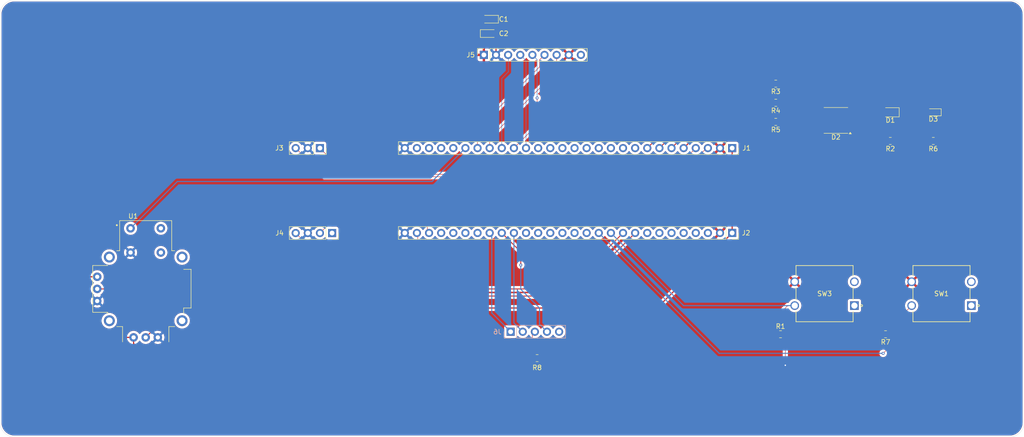
<source format=kicad_pcb>
(kicad_pcb (version 20241229) (generator "pcbnew") (generator_version "9.0")
  (layers (0 "F.Cu" signal) (2 "B.Cu" power) (13 "F.Paste" user) (15 "B.Paste" user) (5 "F.SilkS" user "F.Silkscreen") (7 "B.SilkS" user "B.Silkscreen") (1 "F.Mask" user) (3 "B.Mask" user) (25 "Edge.Cuts" user))
  (net 0 "")
  (net 1 "+3V3")
  (net 2 "GND")
  (net 3 "Net-(D1-K)")
  (net 4 "Net-(D2-BK)")
  (net 5 "Net-(D2-RK)")
  (net 6 "Net-(D2-GK)")
  (net 7 "Net-(D3-K)")
  (net 8 "/GPIO2")
  (net 9 "/GPIO16")
  (net 10 "/GPIO18")
  (net 11 "/GPIO21")
  (net 12 "/GPIO8")
  (net 13 "/GPIO7")
  (net 14 "/GPIO12")
  (net 15 "/GPIO13")
  (net 16 "/GPIO1")
  (net 17 "/GPIO19")
  (net 18 "/GPIO14")
  (net 19 "VBUS")
  (net 20 "/GPIO0")
  (net 21 "/GPIO10")
  (net 22 "/GPIO3")
  (net 23 "/GPIO6")
  (net 24 "/GPIO17")
  (net 25 "/GPIO15")
  (net 26 "/GPIO5")
  (net 27 "/GPIO22")
  (net 28 "/GPIO4")
  (net 29 "/GPIO9")
  (net 30 "/GPIO20")
  (net 31 "/GPIO23")
  (net 32 "/GPIO11")
  (net 33 "/GPIO24")
  (net 34 "/GPIO43_ADC3")
  (net 35 "/GPIO37")
  (net 36 "/GPIO33")
  (net 37 "/SWD")
  (net 38 "/GPIO41_ADC1")
  (net 39 "/GPIO30")
  (net 40 "/GPIO34")
  (net 41 "/GPIO36")
  (net 42 "/GPIO46_ADC6")
  (net 43 "/GPIO38")
  (net 44 "/GPIO35")
  (net 45 "/GPIO31")
  (net 46 "/GPIO27")
  (net 47 "/GPIO40_ADC0")
  (net 48 "/GPIO28")
  (net 49 "/GPIO42_ADC2")
  (net 50 "/GPIO32")
  (net 51 "/GPIO45_ADC5")
  (net 52 "/GPIO25")
  (net 53 "/GPIO26")
  (net 54 "/GPIO29")
  (net 55 "/GPIO44_ADC4")
  (net 56 "/GPIO39")
  (net 57 "/GPIO47_ADC7")
  (net 58 "/SWCLK")
  (net 62 "Net-(J6-Pin_3)")
  (footprint "Connector_PinSocket_2.54mm:PinSocket_1x28_P2.54mm_Vertical" (layer "F.Cu") (at 206.36 75.78 -90)
    (property "Reference" "J2" (at 0 -2.92 180) (layer "F.SilkS"))
    (property "Value" "Conn_01x28_Socket")
    (fp_line (start -1.33 69.91) (end 1.33 69.91) (stroke (width 0.12)) (layer "F.SilkS"))
    (fp_line (start -1.33 1.27) (end -1.33 69.91) (stroke (width 0.12)) (layer "F.SilkS"))
    (fp_line (start -1.33 1.27) (end 1.33 1.27) (stroke (width 0.12)) (layer "F.SilkS"))
    (fp_line (start 1.33 1.27) (end 1.33 69.91) (stroke (width 0.12)) (layer "F.SilkS"))
    (fp_line (start 0 -1.33) (end 1.33 -1.33) (stroke (width 0.12)) (layer "F.SilkS"))
    (fp_line (start 1.33 -1.33) (end 1.33 0) (stroke (width 0.12)) (layer "F.SilkS"))
    (pad "1" thru_hole rect (at 0 0 270) (size 1.7 1.7) (drill 1) (layers "*.Cu" "*.Mask") (net 19 "VBUS"))
    (pad "2" thru_hole circle (at 0 2.54 270) (size 1.7 1.7) (drill 1) (layers "*.Cu" "*.Mask") (net 1 "+3V3"))
    (pad "3" thru_hole circle (at 0 5.08 270) (size 1.7 1.7) (drill 1) (layers "*.Cu" "*.Mask") (net 57 "/GPIO47_ADC7"))
    (pad "4" thru_hole circle (at 0 7.62 270) (size 1.7 1.7) (drill 1) (layers "*.Cu" "*.Mask") (net 42 "/GPIO46_ADC6"))
    (pad "5" thru_hole circle (at 0 10.16 270) (size 1.7 1.7) (drill 1) (layers "*.Cu" "*.Mask") (net 51 "/GPIO45_ADC5"))
    (pad "6" thru_hole circle (at 0 12.7 270) (size 1.7 1.7) (drill 1) (layers "*.Cu" "*.Mask") (net 55 "/GPIO44_ADC4"))
    (pad "7" thru_hole circle (at 0 15.24 270) (size 1.7 1.7) (drill 1) (layers "*.Cu" "*.Mask") (net 34 "/GPIO43_ADC3"))
    (pad "8" thru_hole circle (at 0 17.78 270) (size 1.7 1.7) (drill 1) (layers "*.Cu" "*.Mask") (net 49 "/GPIO42_ADC2"))
    (pad "9" thru_hole circle (at 0 20.32 270) (size 1.7 1.7) (drill 1) (layers "*.Cu" "*.Mask") (net 38 "/GPIO41_ADC1"))
    (pad "10" thru_hole circle (at 0 22.86 270) (size 1.7 1.7) (drill 1) (layers "*.Cu" "*.Mask") (net 47 "/GPIO40_ADC0"))
    (pad "11" thru_hole circle (at 0 25.4 270) (size 1.7 1.7) (drill 1) (layers "*.Cu" "*.Mask") (net 56 "/GPIO39"))
    (pad "12" thru_hole circle (at 0 27.94 270) (size 1.7 1.7) (drill 1) (layers "*.Cu" "*.Mask") (net 43 "/GPIO38"))
    (pad "13" thru_hole circle (at 0 30.48 270) (size 1.7 1.7) (drill 1) (layers "*.Cu" "*.Mask") (net 35 "/GPIO37"))
    (pad "14" thru_hole circle (at 0 33.02 270) (size 1.7 1.7) (drill 1) (layers "*.Cu" "*.Mask") (net 41 "/GPIO36"))
    (pad "15" thru_hole circle (at 0 35.56 270) (size 1.7 1.7) (drill 1) (layers "*.Cu" "*.Mask") (net 44 "/GPIO35"))
    (pad "16" thru_hole circle (at 0 38.1 270) (size 1.7 1.7) (drill 1) (layers "*.Cu" "*.Mask") (net 40 "/GPIO34"))
    (pad "17" thru_hole circle (at 0 40.64 270) (size 1.7 1.7) (drill 1) (layers "*.Cu" "*.Mask") (net 36 "/GPIO33"))
    (pad "18" thru_hole circle (at 0 43.18 270) (size 1.7 1.7) (drill 1) (layers "*.Cu" "*.Mask") (net 50 "/GPIO32"))
    (pad "19" thru_hole circle (at 0 45.72 270) (size 1.7 1.7) (drill 1) (layers "*.Cu" "*.Mask") (net 45 "/GPIO31"))
    (pad "20" thru_hole circle (at 0 48.26 270) (size 1.7 1.7) (drill 1) (layers "*.Cu" "*.Mask") (net 39 "/GPIO30"))
    (pad "21" thru_hole circle (at 0 50.8 270) (size 1.7 1.7) (drill 1) (layers "*.Cu" "*.Mask") (net 54 "/GPIO29"))
    (pad "22" thru_hole circle (at 0 53.34 270) (size 1.7 1.7) (drill 1) (layers "*.Cu" "*.Mask") (net 48 "/GPIO28"))
    (pad "23" thru_hole circle (at 0 55.88 270) (size 1.7 1.7) (drill 1) (layers "*.Cu" "*.Mask") (net 46 "/GPIO27"))
    (pad "24" thru_hole circle (at 0 58.42 270) (size 1.7 1.7) (drill 1) (layers "*.Cu" "*.Mask") (net 53 "/GPIO26"))
    (pad "25" thru_hole circle (at 0 60.96 270) (size 1.7 1.7) (drill 1) (layers "*.Cu" "*.Mask") (net 52 "/GPIO25"))
    (pad "26" thru_hole circle (at 0 63.5 270) (size 1.7 1.7) (drill 1) (layers "*.Cu" "*.Mask") (net 58 "/SWCLK"))
    (pad "27" thru_hole circle (at 0 66.04 270) (size 1.7 1.7) (drill 1) (layers "*.Cu" "*.Mask") (net 37 "/SWD"))
    (pad "28" thru_hole circle (at 0 68.58 270) (size 1.7 1.7) (drill 1) (layers "*.Cu" "*.Mask") (net 2 "GND"))
  )
  (footprint "Resistor_SMD:R_0805_2012Metric_Pad1.20x1.40mm_HandSolder" (layer "F.Cu") (at 215.5 44.5 180)
    (property "Reference" "R3" (at 0 -1.65 0) (layer "F.SilkS"))
    (property "Value" "220" (hide yes))
    (fp_line (start -0.227064 0.735) (end 0.227064 0.735) (stroke (width 0.12)) (layer "F.SilkS"))
    (fp_line (start -0.227064 -0.735) (end 0.227064 -0.735) (stroke (width 0.12)) (layer "F.SilkS"))
    (pad "1" smd roundrect (at -1 0 180) (size 1.2 1.4) (layers "F.Cu" "F.Mask" "F.Paste") (roundrect_rratio 0.208333) (net 4 "Net-(D2-BK)"))
    (pad "2" smd roundrect (at 1 0 180) (size 1.2 1.4) (layers "F.Cu" "F.Mask" "F.Paste") (roundrect_rratio 0.208333) (net 26 "/GPIO5"))
  )
  (footprint "Connector_PinSocket_2.54mm:PinSocket_1x04_P2.54mm_Vertical" (layer "F.Cu") (at 122.543093 75.79672 -90)
    (property "Reference" "J4" (at 0 11 0) (layer "F.SilkS"))
    (property "Value" "Conn_01x04_Socket" (hide yes))
    (fp_line (start -1.33 8.95) (end 1.33 8.95) (stroke (width 0.12)) (layer "F.SilkS"))
    (fp_line (start -1.33 1.27) (end -1.33 8.95) (stroke (width 0.12)) (layer "F.SilkS"))
    (fp_line (start -1.33 1.27) (end 1.33 1.27) (stroke (width 0.12)) (layer "F.SilkS"))
    (fp_line (start 1.33 1.27) (end 1.33 8.95) (stroke (width 0.12)) (layer "F.SilkS"))
    (fp_line (start 0 -1.33) (end 1.33 -1.33) (stroke (width 0.12)) (layer "F.SilkS"))
    (fp_line (start 1.33 -1.33) (end 1.33 0) (stroke (width 0.12)) (layer "F.SilkS"))
    (pad "1" thru_hole rect (at 0 0 270) (size 1.7 1.7) (drill 1) (layers "*.Cu" "*.Mask"))
    (pad "2" thru_hole circle (at 0 2.54 270) (size 1.7 1.7) (drill 1) (layers "*.Cu" "*.Mask") (net 58 "/SWCLK"))
    (pad "3" thru_hole circle (at 0 5.08 270) (size 1.7 1.7) (drill 1) (layers "*.Cu" "*.Mask") (net 2 "GND"))
    (pad "4" thru_hole circle (at 0 7.62 270) (size 1.7 1.7) (drill 1) (layers "*.Cu" "*.Mask") (net 37 "/SWD"))
  )
  (footprint "Capacitor_Tantalum_SMD:CP_EIA-2012-12_Kemet-R_HandSolder" (layer "F.Cu") (at 155.5 34)
    (property "Reference" "C2" (at 3 0 0) (layer "F.SilkS"))
    (property "Value" "10uF")
    (fp_line (start -1.895 -0.805) (end -1.895 0.805) (stroke (width 0.12)) (layer "F.SilkS"))
    (fp_line (start -1.895 0.805) (end 1 0.805) (stroke (width 0.12)) (layer "F.SilkS"))
    (fp_line (start 1 -0.805) (end -1.895 -0.805) (stroke (width 0.12)) (layer "F.SilkS"))
    (pad "1" smd roundrect (at -0.9775 0) (size 1.315 1.09) (layers "F.Cu" "F.Mask" "F.Paste") (roundrect_rratio 0.229358) (net 1 "+3V3"))
    (pad "2" smd roundrect (at 0.9775 0) (size 1.315 1.09) (layers "F.Cu" "F.Mask" "F.Paste") (roundrect_rratio 0.229358) (net 2 "GND"))
  )
  (footprint "LED_SMD:LED_RGB_5050-6" (layer "F.Cu") (at 228.1 52.2 180)
    (property "Reference" "D2" (at 0 -3.5 0) (layer "F.SilkS"))
    (property "Value" "COLOR INDICATOR")
    (fp_line (start 2.5 2.7) (end -2.5 2.7) (stroke (width 0.12)) (layer "F.SilkS"))
    (fp_line (start -2.5 -2.7) (end 2.5 -2.7) (stroke (width 0.12)) (layer "F.SilkS"))
    (fp_poly (pts (xy -3 -2.5) (xy -3.24 -2.83) (xy -2.76 -2.83) (xy -3 -2.5)) (stroke (width 0.12)) (fill yes) (layer "F.SilkS"))
    (pad "1" smd rect (at -2.4 -1.7 270) (size 1.1 2) (layers "F.Cu" "F.Mask" "F.Paste") (net 1 "+3V3"))
    (pad "2" smd rect (at -2.4 0 270) (size 1.1 2) (layers "F.Cu" "F.Mask" "F.Paste") (net 4 "Net-(D2-BK)"))
    (pad "3" smd rect (at -2.4 1.7 270) (size 1.1 2) (layers "F.Cu" "F.Mask" "F.Paste") (net 6 "Net-(D2-GK)"))
    (pad "4" smd rect (at 2.4 1.7 270) (size 1.1 2) (layers "F.Cu" "F.Mask" "F.Paste") (net 5 "Net-(D2-RK)"))
    (pad "5" smd rect (at 2.4 0 270) (size 1.1 2) (layers "F.Cu" "F.Mask" "F.Paste"))
    (pad "6" smd rect (at 2.4 -1.7 270) (size 1.1 2) (layers "F.Cu" "F.Mask" "F.Paste"))
  )
  (footprint "Resistor_SMD:R_0805_2012Metric_Pad1.20x1.40mm_HandSolder" (layer "F.Cu") (at 165.5 102 180)
    (property "Reference" "R8" (at 0 -2 0) (layer "F.SilkS"))
    (property "Value" "10k")
    (fp_line (start -0.227064 0.735) (end 0.227064 0.735) (stroke (width 0.12)) (layer "F.SilkS"))
    (fp_line (start -0.227064 -0.735) (end 0.227064 -0.735) (stroke (width 0.12)) (layer "F.SilkS"))
    (pad "1" smd roundrect (at -1 0 180) (size 1.2 1.4) (layers "F.Cu" "F.Mask" "F.Paste") (roundrect_rratio 0.208333) (net 1 "+3V3"))
    (pad "2" smd roundrect (at 1 0 180) (size 1.2 1.4) (layers "F.Cu" "F.Mask" "F.Paste") (roundrect_rratio 0.208333) (net 62 "Net-(J6-Pin_3)"))
  )
  (footprint "LED_SMD:LED_0603_1608Metric_Pad1.05x0.95mm_HandSolder" (layer "F.Cu") (at 248.5 50.5 180)
    (property "Reference" "D3" (at 0 -1.43 0) (layer "F.SilkS"))
    (property "Value" "USER LED")
    (fp_line (start 0.8 -0.735) (end -1.66 -0.735) (stroke (width 0.12)) (layer "F.SilkS"))
    (fp_line (start -1.66 0.735) (end 0.8 0.735) (stroke (width 0.12)) (layer "F.SilkS"))
    (fp_line (start -1.66 -0.735) (end -1.66 0.735) (stroke (width 0.12)) (layer "F.SilkS"))
    (pad "1" smd roundrect (at -0.875 0 180) (size 1.05 0.95) (layers "F.Cu" "F.Mask" "F.Paste") (net 7 "Net-(D3-K)"))
    (pad "2" smd roundrect (at 0.875 0 180) (size 1.05 0.95) (layers "F.Cu" "F.Mask" "F.Paste") (net 8 "/GPIO2"))
  )
  (footprint "Diode_SMD:D_0805_2012Metric_Pad1.15x1.40mm_HandSolder" (layer "F.Cu") (at 239.5 50.5 180)
    (property "Reference" "D1" (at 0 -1.65 0) (layer "F.SilkS"))
    (property "Value" "POWER LED")
    (fp_line (start 1 -0.96) (end -1.86 -0.96) (stroke (width 0.12)) (layer "F.SilkS"))
    (fp_line (start -1.86 0.96) (end 1 0.96) (stroke (width 0.12)) (layer "F.SilkS"))
    (fp_line (start -1.86 -0.96) (end -1.86 0.96) (stroke (width 0.12)) (layer "F.SilkS"))
    (pad "1" smd roundrect (at -1.025 0 180) (size 1.15 1.4) (layers "F.Cu" "F.Mask" "F.Paste") (roundrect_rratio 0.217391) (net 3 "Net-(D1-K)"))
    (pad "2" smd roundrect (at 1.025 0 180) (size 1.15 1.4) (layers "F.Cu" "F.Mask" "F.Paste") (roundrect_rratio 0.217391) (net 1 "+3V3"))
  )
  (footprint "Resistor_SMD:R_0805_2012Metric_Pad1.20x1.40mm_HandSolder" (layer "F.Cu") (at 215.5 48.5 180)
    (property "Reference" "R4" (at 0 -1.65 0) (layer "F.SilkS"))
    (property "Value" "220" (hide yes))
    (fp_line (start -0.227064 0.735) (end 0.227064 0.735) (stroke (width 0.12)) (layer "F.SilkS"))
    (fp_line (start -0.227064 -0.735) (end 0.227064 -0.735) (stroke (width 0.12)) (layer "F.SilkS"))
    (pad "1" smd roundrect (at -1 0 180) (size 1.2 1.4) (layers "F.Cu" "F.Mask" "F.Paste") (roundrect_rratio 0.208333) (net 6 "Net-(D2-GK)"))
    (pad "2" smd roundrect (at 1 0 180) (size 1.2 1.4) (layers "F.Cu" "F.Mask" "F.Paste") (roundrect_rratio 0.208333) (net 28 "/GPIO4"))
  )
  (footprint "Resistor_SMD:R_0805_2012Metric_Pad1.20x1.40mm_HandSolder" (layer "F.Cu") (at 238.5 97 180)
    (property "Reference" "R7" (at 0 -1.65 0) (layer "F.SilkS"))
    (property "Value" "1000")
    (fp_line (start -0.227064 0.735) (end 0.227064 0.735) (stroke (width 0.12)) (layer "F.SilkS"))
    (fp_line (start -0.227064 -0.735) (end 0.227064 -0.735) (stroke (width 0.12)) (layer "F.SilkS"))
    (pad "1" smd roundrect (at -1 0 180) (size 1.2 1.4) (layers "F.Cu" "F.Mask" "F.Paste") (roundrect_rratio 0.208333) (net 43 "/GPIO38"))
    (pad "2" smd roundrect (at 1 0 180) (size 1.2 1.4) (layers "F.Cu" "F.Mask" "F.Paste") (roundrect_rratio 0.208333) (net 2 "GND"))
  )
  (footprint "Connector_PinSocket_2.54mm:PinSocket_1x28_P2.54mm_Vertical" (layer "F.Cu") (at 206.36 58 -90)
    (property "Reference" "J1" (at 0 -3.02 180) (layer "F.SilkS"))
    (property "Value" "Conn_01x28_Socket")
    (fp_line (start -1.33 69.91) (end 1.33 69.91) (stroke (width 0.12)) (layer "F.SilkS"))
    (fp_line (start -1.33 1.27) (end -1.33 69.91) (stroke (width 0.12)) (layer "F.SilkS"))
    (fp_line (start -1.33 1.27) (end 1.33 1.27) (stroke (width 0.12)) (layer "F.SilkS"))
    (fp_line (start 1.33 1.27) (end 1.33 69.91) (stroke (width 0.12)) (layer "F.SilkS"))
    (fp_line (start 0 -1.33) (end 1.33 -1.33) (stroke (width 0.12)) (layer "F.SilkS"))
    (fp_line (start 1.33 -1.33) (end 1.33 0) (stroke (width 0.12)) (layer "F.SilkS"))
    (pad "1" thru_hole rect (at 0 0 270) (size 1.7 1.7) (drill 1) (layers "*.Cu" "*.Mask") (net 19 "VBUS"))
    (pad "2" thru_hole circle (at 0 2.54 270) (size 1.7 1.7) (drill 1) (layers "*.Cu" "*.Mask") (net 1 "+3V3"))
    (pad "3" thru_hole circle (at 0 5.08 270) (size 1.7 1.7) (drill 1) (layers "*.Cu" "*.Mask") (net 20 "/GPIO0"))
    (pad "4" thru_hole circle (at 0 7.62 270) (size 1.7 1.7) (drill 1) (layers "*.Cu" "*.Mask") (net 16 "/GPIO1"))
    (pad "5" thru_hole circle (at 0 10.16 270) (size 1.7 1.7) (drill 1) (layers "*.Cu" "*.Mask") (net 8 "/GPIO2"))
    (pad "6" thru_hole circle (at 0 12.7 270) (size 1.7 1.7) (drill 1) (layers "*.Cu" "*.Mask") (net 22 "/GPIO3"))
    (pad "7" thru_hole circle (at 0 15.24 270) (size 1.7 1.7) (drill 1) (layers "*.Cu" "*.Mask") (net 28 "/GPIO4"))
    (pad "8" thru_hole circle (at 0 17.78 270) (size 1.7 1.7) (drill 1) (layers "*.Cu" "*.Mask") (net 26 "/GPIO5"))
    (pad "9" thru_hole circle (at 0 20.32 270) (size 1.7 1.7) (drill 1) (layers "*.Cu" "*.Mask") (net 23 "/GPIO6"))
    (pad "10" thru_hole circle (at 0 22.86 270) (size 1.7 1.7) (drill 1) (layers "*.Cu" "*.Mask") (net 13 "/GPIO7"))
    (pad "11" thru_hole circle (at 0 25.4 270) (size 1.7 1.7) (drill 1) (layers "*.Cu" "*.Mask") (net 12 "/GPIO8"))
    (pad "12" thru_hole circle (at 0 27.94 270) (size 1.7 1.7) (drill 1) (layers "*.Cu" "*.Mask") (net 29 "/GPIO9"))
    (pad "13" thru_hole circle (at 0 30.48 270) (size 1.7 1.7) (drill 1) (layers "*.Cu" "*.Mask") (net 21 "/GPIO10"))
    (pad "14" thru_hole circle (at 0 33.02 270) (size 1.7 1.7) (drill 1) (layers "*.Cu" "*.Mask") (net 32 "/GPIO11"))
    (pad "15" thru_hole circle (at 0 35.56 270) (size 1.7 1.7) (drill 1) (layers "*.Cu" "*.Mask") (net 14 "/GPIO12"))
    (pad "16" thru_hole circle (at 0 38.1 270) (size 1.7 1.7) (drill 1) (layers "*.Cu" "*.Mask") (net 15 "/GPIO13"))
    (pad "17" thru_hole circle (at 0 40.64 270) (size 1.7 1.7) (drill 1) (layers "*.Cu" "*.Mask") (net 18 "/GPIO14"))
    (pad "18" thru_hole circle (at 0 43.18 270) (size 1.7 1.7) (drill 1) (layers "*.Cu" "*.Mask") (net 25 "/GPIO15"))
    (pad "19" thru_hole circle (at 0 45.72 270) (size 1.7 1.7) (drill 1) (layers "*.Cu" "*.Mask") (net 9 "/GPIO16"))
    (pad "20" thru_hole circle (at 0 48.26 270) (size 1.7 1.7) (drill 1) (layers "*.Cu" "*.Mask") (net 24 "/GPIO17"))
    (pad "21" thru_hole circle (at 0 50.8 270) (size 1.7 1.7) (drill 1) (layers "*.Cu" "*.Mask") (net 10 "/GPIO18"))
    (pad "22" thru_hole circle (at 0 53.34 270) (size 1.7 1.7) (drill 1) (layers "*.Cu" "*.Mask") (net 17 "/GPIO19"))
    (pad "23" thru_hole circle (at 0 55.88 270) (size 1.7 1.7) (drill 1) (layers "*.Cu" "*.Mask") (net 30 "/GPIO20"))
    (pad "24" thru_hole circle (at 0 58.42 270) (size 1.7 1.7) (drill 1) (layers "*.Cu" "*.Mask") (net 11 "/GPIO21"))
    (pad "25" thru_hole circle (at 0 60.96 270) (size 1.7 1.7) (drill 1) (layers "*.Cu" "*.Mask") (net 27 "/GPIO22"))
    (pad "26" thru_hole circle (at 0 63.5 270) (size 1.7 1.7) (drill 1) (layers "*.Cu" "*.Mask") (net 31 "/GPIO23"))
    (pad "27" thru_hole circle (at 0 66.04 270) (size 1.7 1.7) (drill 1) (layers "*.Cu" "*.Mask") (net 33 "/GPIO24"))
    (pad "28" thru_hole circle (at 0 68.58 270) (size 1.7 1.7) (drill 1) (layers "*.Cu" "*.Mask") (net 2 "GND"))
  )
  (footprint "footprints2:XDCR_COM-09032" (layer "F.Cu") (at 83.5 87.5)
    (property "Reference" "U1" (at -2.625 -15.235 0) (layer "F.SilkS"))
    (property "Value" "~")
    (fp_line (start -11.1 -4.9) (end -7.95 -4.9) (stroke (width 0.127)) (layer "F.SilkS"))
    (fp_line (start -11.1 4.9) (end -11.1 -4.9) (stroke (width 0.127)) (layer "F.SilkS"))
    (fp_line (start -7.95 4.9) (end -11.1 4.9) (stroke (width 0.127)) (layer "F.SilkS"))
    (fp_line (start -7.95 5.17) (end -7.95 4.9) (stroke (width 0.127)) (layer "F.SilkS"))
    (fp_line (start -6.07 -8) (end -5.45 -8) (stroke (width 0.127)) (layer "F.SilkS"))
    (fp_line (start -5.45 -14.3) (end 5.45 -14.3) (stroke (width 0.127)) (layer "F.SilkS"))
    (fp_line (start -5.45 -8) (end -5.45 -14.3) (stroke (width 0.127)) (layer "F.SilkS"))
    (fp_line (start -4.85 7.9) (end -6.07 7.9) (stroke (width 0.127)) (layer "F.SilkS"))
    (fp_line (start -4.85 11.1) (end -4.85 7.9) (stroke (width 0.127)) (layer "F.SilkS"))
    (fp_line (start 4.85 7.9) (end 4.85 11.1) (stroke (width 0.127)) (layer "F.SilkS"))
    (fp_line (start 5.45 -14.3) (end 5.45 -8) (stroke (width 0.127)) (layer "F.SilkS"))
    (fp_line (start 5.45 -8) (end 6.08 -8) (stroke (width 0.127)) (layer "F.SilkS"))
    (fp_line (start 6.08 7.9) (end 4.85 7.9) (stroke (width 0.127)) (layer "F.SilkS"))
    (fp_line (start 7.95 -4.1) (end 9.5 -4.1) (stroke (width 0.127)) (layer "F.SilkS"))
    (fp_line (start 7.95 4) (end 7.95 5.12) (stroke (width 0.127)) (layer "F.SilkS"))
    (fp_line (start 9.5 -4.1) (end 9.5 4) (stroke (width 0.127)) (layer "F.SilkS"))
    (fp_line (start 9.5 4) (end 7.95 4) (stroke (width 0.127)) (layer "F.SilkS"))
    (fp_circle (center -6.05 -13.35) (end -5.95 -13.35) (stroke (width 0.2)) (fill no) (layer "F.SilkS"))
    (pad "B1A" thru_hole circle (at -3.175 -12.7) (size 1.778 1.778) (drill 0.9) (layers "*.Cu" "*.Mask") (net 30 "/GPIO20"))
    (pad "B1B" thru_hole circle (at 3.175 -12.7) (size 1.778 1.778) (drill 0.9) (layers "*.Cu" "*.Mask"))
    (pad "B2A" thru_hole circle (at -3.175 -7.62) (size 1.778 1.778) (drill 0.9) (layers "*.Cu" "*.Mask") (net 2 "GND"))
    (pad "B2B" thru_hole circle (at 3.175 -7.62) (size 1.778 1.778) (drill 0.9) (layers "*.Cu" "*.Mask"))
    (pad "H1" thru_hole circle (at -2.54 10.16) (size 1.778 1.778) (drill 0.889) (layers "*.Cu" "*.Mask") (net 19 "VBUS"))
    (pad "H2" thru_hole circle (at 0 10.16) (size 1.778 1.778) (drill 0.889) (layers "*.Cu" "*.Mask") (net 38 "/GPIO41_ADC1"))
    (pad "H3" thru_hole circle (at 2.54 10.16) (size 1.778 1.778) (drill 0.889) (layers "*.Cu" "*.Mask") (net 2 "GND"))
    (pad "S1" thru_hole circle (at -7.62 -6.6675) (size 2.286 2.286) (drill 1.397) (layers "*.Cu" "*.Mask"))
    (pad "S2" thru_hole circle (at -7.62 6.6675) (size 2.286 2.286) (drill 1.397) (layers "*.Cu" "*.Mask"))
    (pad "S3" thru_hole circle (at 7.62 6.6675) (size 2.286 2.286) (drill 1.397) (layers "*.Cu" "*.Mask"))
    (pad "S4" thru_hole circle (at 7.62 -6.6675) (size 2.286 2.286) (drill 1.397) (layers "*.Cu" "*.Mask"))
    (pad "V1" thru_hole circle (at -10.16 -2.54) (size 1.778 1.778) (drill 0.889) (layers "*.Cu" "*.Mask") (net 19 "VBUS"))
    (pad "V2" thru_hole circle (at -10.16 0) (size 1.778 1.778) (drill 0.889) (layers "*.Cu" "*.Mask") (net 47 "/GPIO40_ADC0"))
    (pad "V3" thru_hole circle (at -10.16 2.54) (size 1.778 1.778) (drill 0.889) (layers "*.Cu" "*.Mask") (net 2 "GND"))
  )
  (footprint "Resistor_SMD:R_0805_2012Metric_Pad1.20x1.40mm_HandSolder" (layer "F.Cu") (at 239.5 56.5 180)
    (property "Reference" "R2" (at 0 -1.65 0) (layer "F.SilkS"))
    (property "Value" "220")
    (fp_line (start -0.227064 0.735) (end 0.227064 0.735) (stroke (width 0.12)) (layer "F.SilkS"))
    (fp_line (start -0.227064 -0.735) (end 0.227064 -0.735) (stroke (width 0.12)) (layer "F.SilkS"))
    (pad "1" smd roundrect (at -1 0 180) (size 1.2 1.4) (layers "F.Cu" "F.Mask" "F.Paste") (roundrect_rratio 0.208333) (net 3 "Net-(D1-K)"))
    (pad "2" smd roundrect (at 1 0 180) (size 1.2 1.4) (layers "F.Cu" "F.Mask" "F.Paste") (roundrect_rratio 0.208333) (net 2 "GND"))
  )
  (footprint "Connector_PinSocket_2.54mm:PinSocket_1x09_P2.54mm_Vertical" (layer "F.Cu") (at 154.35 38.475 90)
    (property "Reference" "J5" (at 0 -2.77 180) (layer "F.SilkS"))
    (property "Value" "TFT_Display_Conn_Socket" (hide yes))
    (fp_line (start 1.33 -1.33) (end 1.33 0) (stroke (width 0.12)) (layer "F.SilkS"))
    (fp_line (start 0 -1.33) (end 1.33 -1.33) (stroke (width 0.12)) (layer "F.SilkS"))
    (fp_line (start 1.33 1.27) (end 1.33 21.65) (stroke (width 0.12)) (layer "F.SilkS"))
    (fp_line (start -1.33 1.27) (end 1.33 1.27) (stroke (width 0.12)) (layer "F.SilkS"))
    (fp_line (start -1.33 1.27) (end -1.33 21.65) (stroke (width 0.12)) (layer "F.SilkS"))
    (fp_line (start -1.33 21.65) (end 1.33 21.65) (stroke (width 0.12)) (layer "F.SilkS"))
    (pad "1" thru_hole rect (at 0 0 90) (size 1.7 1.7) (drill 1) (layers "*.Cu" "*.Mask") (net 1 "+3V3"))
    (pad "2" thru_hole circle (at 0 2.54 90) (size 1.7 1.7) (drill 1) (layers "*.Cu" "*.Mask") (net 2 "GND"))
    (pad "3" thru_hole circle (at 0 5.08 90) (size 1.7 1.7) (drill 1) (layers "*.Cu" "*.Mask") (net 24 "/GPIO17"))
    (pad "4" thru_hole circle (at 0 7.62 90) (size 1.7 1.7) (drill 1) (layers "*.Cu" "*.Mask") (net 25 "/GPIO15"))
    (pad "5" thru_hole circle (at 0 10.16 90) (size 1.7 1.7) (drill 1) (layers "*.Cu" "*.Mask") (net 9 "/GPIO16"))
    (pad "6" thru_hole circle (at 0 12.7 90) (size 1.7 1.7) (drill 1) (layers "*.Cu" "*.Mask") (net 17 "/GPIO19"))
    (pad "7" thru_hole circle (at 0 15.24 90) (size 1.7 1.7) (drill 1) (layers "*.Cu" "*.Mask") (net 10 "/GPIO18"))
    (pad "8" thru_hole circle (at 0 17.78 90) (size 1.7 1.7) (drill 1) (layers "*.Cu" "*.Mask") (net 1 "+3V3"))
    (pad "9" thru_hole circle (at 0 20.32 90) (size 1.7 1.7) (drill 1) (layers "*.Cu" "*.Mask"))
  )
  (footprint "Resistor_SMD:R_0805_2012Metric_Pad1.20x1.40mm_HandSolder" (layer "F.Cu") (at 216.5 97)
    (property "Reference" "R1" (at 0 -1.65 0) (layer "F.SilkS"))
    (property "Value" "1000")
    (fp_line (start -0.227064 -0.735) (end 0.227064 -0.735) (stroke (width 0.12)) (layer "F.SilkS"))
    (fp_line (start -0.227064 0.735) (end 0.227064 0.735) (stroke (width 0.12)) (layer "F.SilkS"))
    (pad "1" smd roundrect (at -1 0) (size 1.2 1.4) (layers "F.Cu" "F.Mask" "F.Paste") (roundrect_rratio 0.208333) (net 56 "/GPIO39"))
    (pad "2" smd roundrect (at 1 0) (size 1.2 1.4) (layers "F.Cu" "F.Mask" "F.Paste") (roundrect_rratio 0.208333) (net 2 "GND"))
  )
  (footprint "Resistor_SMD:R_0805_2012Metric_Pad1.20x1.40mm_HandSolder" (layer "F.Cu") (at 215.5 52.5 180)
    (property "Reference" "R5" (at 0 -1.65 0) (layer "F.SilkS"))
    (property "Value" "220" (hide yes))
    (fp_line (start -0.227064 0.735) (end 0.227064 0.735) (stroke (width 0.12)) (layer "F.SilkS"))
    (fp_line (start -0.227064 -0.735) (end 0.227064 -0.735) (stroke (width 0.12)) (layer "F.SilkS"))
    (pad "1" smd roundrect (at -1 0 180) (size 1.2 1.4) (layers "F.Cu" "F.Mask" "F.Paste") (roundrect_rratio 0.208333) (net 5 "Net-(D2-RK)"))
    (pad "2" smd roundrect (at 1 0 180) (size 1.2 1.4) (layers "F.Cu" "F.Mask" "F.Paste") (roundrect_rratio 0.208333) (net 22 "/GPIO3"))
  )
  (footprint "Connector_PinSocket_2.54mm:PinSocket_1x03_P2.54mm_Vertical" (layer "F.Cu") (at 120 58 -90)
    (property "Reference" "J3" (at 0 8.5 180) (layer "F.SilkS"))
    (property "Value" "Conn_01x03_Socket" (hide yes))
    (fp_line (start -1.33 6.41) (end 1.33 6.41) (stroke (width 0.12)) (layer "F.SilkS"))
    (fp_line (start -1.33 1.27) (end -1.33 6.41) (stroke (width 0.12)) (layer "F.SilkS"))
    (fp_line (start -1.33 1.27) (end 1.33 1.27) (stroke (width 0.12)) (layer "F.SilkS"))
    (fp_line (start 1.33 1.27) (end 1.33 6.41) (stroke (width 0.12)) (layer "F.SilkS"))
    (fp_line (start 0 -1.33) (end 1.33 -1.33) (stroke (width 0.12)) (layer "F.SilkS"))
    (fp_line (start 1.33 -1.33) (end 1.33 0) (stroke (width 0.12)) (layer "F.SilkS"))
    (pad "1" thru_hole rect (at 0 0 270) (size 1.7 1.7) (drill 1) (layers "*.Cu" "*.Mask") (net 16 "/GPIO1"))
    (pad "2" thru_hole circle (at 0 2.54 270) (size 1.7 1.7) (drill 1) (layers "*.Cu" "*.Mask") (net 2 "GND"))
    (pad "3" thru_hole circle (at 0 5.08 270) (size 1.7 1.7) (drill 1) (layers "*.Cu" "*.Mask") (net 20 "/GPIO0"))
  )
  (footprint "Capacitor_Tantalum_SMD:CP_EIA-2012-12_Kemet-R_HandSolder" (layer "F.Cu") (at 155.5 31 180)
    (property "Reference" "C1" (at -3 0 0) (layer "F.SilkS"))
    (property "Value" "0.1uF")
    (fp_line (start 1 -0.805) (end -1.895 -0.805) (stroke (width 0.12)) (layer "F.SilkS"))
    (fp_line (start -1.895 0.805) (end 1 0.805) (stroke (width 0.12)) (layer "F.SilkS"))
    (fp_line (start -1.895 -0.805) (end -1.895 0.805) (stroke (width 0.12)) (layer "F.SilkS"))
    (pad "1" smd roundrect (at -0.9775 0 180) (size 1.315 1.09) (layers "F.Cu" "F.Mask" "F.Paste") (roundrect_rratio 0.229358) (net 2 "GND"))
    (pad "2" smd roundrect (at 0.9775 0 180) (size 1.315 1.09) (layers "F.Cu" "F.Mask" "F.Paste") (roundrect_rratio 0.229358) (net 1 "+3V3"))
  )
  (footprint "footprints:COM-10302_SPK" (layer "F.Cu") (at 256.4714 91 180)
    (property "Reference" "SW1" (at 6.25 2.5 0) (layer "F.SilkS"))
    (property "Value" "COM-10302" (hide yes))
    (fp_line (start 12.2317 8.3801) (end 12.2317 6.204931) (stroke (width 0.1524)) (layer "F.SilkS"))
    (fp_line (start 12.2317 3.79507) (end 12.2317 1.20493) (stroke (width 0.1524)) (layer "F.SilkS"))
    (fp_line (start 12.2317 -1.20493) (end 12.2317 -3.3801) (stroke (width 0.1524)) (layer "F.SilkS"))
    (fp_line (start 12.2317 -3.3801) (end 0.2683 -3.3801) (stroke (width 0.1524)) (layer "F.SilkS"))
    (fp_line (start 0.2683 8.3801) (end 12.2317 8.3801) (stroke (width 0.1524)) (layer "F.SilkS"))
    (fp_line (start 0.2683 6.204931) (end 0.2683 8.3801) (stroke (width 0.1524)) (layer "F.SilkS"))
    (fp_line (start 0.2683 1.23444) (end 0.2683 3.79507) (stroke (width 0.1524)) (layer "F.SilkS"))
    (fp_line (start 0.2683 -3.3801) (end 0.2683 -1.23444) (stroke (width 0.1524)) (layer "F.SilkS"))
    (fp_circle (center -1.5097 0) (end -1.3065 0) (stroke (width 0.1524)) (fill no) (layer "F.SilkS"))
    (pad "1" thru_hole rect (at 0 0 180) (size 1.8034 1.8034) (drill 1.2954) (layers "*.Cu" "*.Mask"))
    (pad "2" thru_hole circle (at 12.5 0 180) (size 1.8034 1.8034) (drill 1.2954) (layers "*.Cu" "*.Mask") (net 43 "/GPIO38"))
    (pad "3" thru_hole circle (at 0 5 180) (size 1.8034 1.8034) (drill 1.2954) (layers "*.Cu" "*.Mask"))
    (pad "4" thru_hole circle (at 12.5 5 180) (size 1.8034 1.8034) (drill 1.2954) (layers "*.Cu" "*.Mask") (net 1 "+3V3"))
  )
  (footprint "Resistor_SMD:R_0805_2012Metric_Pad1.20x1.40mm_HandSolder" (layer "F.Cu") (at 248.5 56.5 180)
    (property "Reference" "R6" (at 0 -1.65 0) (layer "F.SilkS"))
    (property "Value" "220")
    (fp_line (start -0.227064 0.735) (end 0.227064 0.735) (stroke (width 0.12)) (layer "F.SilkS"))
    (fp_line (start -0.227064 -0.735) (end 0.227064 -0.735) (stroke (width 0.12)) (layer "F.SilkS"))
    (pad "1" smd roundrect (at -1 0 180) (size 1.2 1.4) (layers "F.Cu" "F.Mask" "F.Paste") (roundrect_rratio 0.208333) (net 7 "Net-(D3-K)"))
    (pad "2" smd roundrect (at 1 0 180) (size 1.2 1.4) (layers "F.Cu" "F.Mask" "F.Paste") (roundrect_rratio 0.208333) (net 2 "GND"))
  )
  (footprint "footprints:COM-10302_SPK" (layer "F.Cu") (at 231.9714 91 180)
    (property "Reference" "SW3" (at 6.25 2.5 0) (layer "F.SilkS"))
    (property "Value" "COM-10302" (hide yes))
    (fp_line (start 12.2317 8.3801) (end 12.2317 6.204931) (stroke (width 0.1524)) (layer "F.SilkS"))
    (fp_line (start 12.2317 3.79507) (end 12.2317 1.20493) (stroke (width 0.1524)) (layer "F.SilkS"))
    (fp_line (start 12.2317 -1.20493) (end 12.2317 -3.3801) (stroke (width 0.1524)) (layer "F.SilkS"))
    (fp_line (start 12.2317 -3.3801) (end 0.2683 -3.3801) (stroke (width 0.1524)) (layer "F.SilkS"))
    (fp_line (start 0.2683 8.3801) (end 12.2317 8.3801) (stroke (width 0.1524)) (layer "F.SilkS"))
    (fp_line (start 0.2683 6.204931) (end 0.2683 8.3801) (stroke (width 0.1524)) (layer "F.SilkS"))
    (fp_line (start 0.2683 1.23444) (end 0.2683 3.79507) (stroke (width 0.1524)) (layer "F.SilkS"))
    (fp_line (start 0.2683 -3.3801) (end 0.2683 -1.23444) (stroke (width 0.1524)) (layer "F.SilkS"))
    (fp_circle (center -1.5097 0) (end -1.3065 0) (stroke (width 0.1524)) (fill no) (layer "F.SilkS"))
    (pad "1" thru_hole rect (at 0 0 180) (size 1.8034 1.8034) (drill 1.2954) (layers "*.Cu" "*.Mask"))
    (pad "2" thru_hole circle (at 12.5 0 180) (size 1.8034 1.8034) (drill 1.2954) (layers "*.Cu" "*.Mask") (net 56 "/GPIO39"))
    (pad "3" thru_hole circle (at 0 5 180) (size 1.8034 1.8034) (drill 1.2954) (layers "*.Cu" "*.Mask"))
    (pad "4" thru_hole circle (at 12.5 5 180) (size 1.8034 1.8034) (drill 1.2954) (layers "*.Cu" "*.Mask") (net 1 "+3V3"))
  )
  (footprint "Connector_PinSocket_2.54mm:PinSocket_1x05_P2.54mm_Vertical" (layer "B.Cu") (at 159.95 96.475 -90)
    (property "Reference" "J6" (at 0.025 2.77 0) (layer "B.SilkS") (effects (justify mirror)))
    (property "Value" "TFT_SD_Conn_Socket")
    (fp_line (start 0 1.33) (end 1.33 1.33) (stroke (width 0.12)) (layer "B.SilkS"))
    (fp_line (start 1.33 1.33) (end 1.33 0) (stroke (width 0.12)) (layer "B.SilkS"))
    (fp_line (start -1.33 -1.27) (end 1.33 -1.27) (stroke (width 0.12)) (layer "B.SilkS"))
    (fp_line (start -1.33 -1.27) (end -1.33 -11.49) (stroke (width 0.12)) (layer "B.SilkS"))
    (fp_line (start 1.33 -1.27) (end 1.33 -11.49) (stroke (width 0.12)) (layer "B.SilkS"))
    (fp_line (start -1.33 -11.49) (end 1.33 -11.49) (stroke (width 0.12)) (layer "B.SilkS"))
    (pad "1" thru_hole rect (at 0 0 270) (size 1.7 1.7) (drill 1) (layers "*.Cu" "*.Mask") (net 54 "/GPIO29"))
    (pad "2" thru_hole circle (at 0 -2.54 270) (size 1.7 1.7) (drill 1) (layers "*.Cu" "*.Mask") (net 45 "/GPIO31"))
    (pad "3" thru_hole circle (at 0 -5.08 270) (size 1.7 1.7) (drill 1) (layers "*.Cu" "*.Mask") (net 62 "Net-(J6-Pin_3)"))
    (pad "4" thru_hole circle (at 0 -7.62 270) (size 1.7 1.7) (drill 1) (layers "*.Cu" "*.Mask") (net 39 "/GPIO30"))
    (pad "5" thru_hole circle (at 0 -10.16 270) (size 1.7 1.7) (drill 1) (layers "*.Cu" "*.Mask"))
  )
  (gr_line (start 267.5 30) (end 267.5 115.5) (stroke (width 0.05)) (layer "Edge.Cuts"))
  (gr_arc (start 53 30) (mid 53.87868 27.87868) (end 56 27) (stroke (width 0.05)) (layer "Edge.Cuts"))
  (gr_line (start 53 115.5) (end 53 30) (stroke (width 0.05)) (layer "Edge.Cuts"))
  (gr_arc (start 267.5 115.5) (mid 266.62132 117.62132) (end 264.5 118.5) (stroke (width 0.05)) (layer "Edge.Cuts"))
  (gr_arc (start 56 118.5) (mid 53.87868 117.62132) (end 53 115.5) (stroke (width 0.05)) (layer "Edge.Cuts"))
  (gr_line (start 56 27) (end 264.5 27) (stroke (width 0.05)) (layer "Edge.Cuts"))
  (gr_arc (start 264.5 27) (mid 266.62132 27.87868) (end 267.5 30) (stroke (width 0.05)) (layer "Edge.Cuts"))
  (gr_line (start 264.5 118.5) (end 56 118.5) (stroke (width 0.05)) (layer "Edge.Cuts"))
  (segment (start 156.4775 34.4775) (end 156.89 34.89) (width 0.254) (layer "F.Cu") (net 2))
  (segment (start 237.5 97) (end 217.5 97) (width 0.1016) (layer "F.Cu") (net 2))
  (segment (start 238.5 56.5) (end 238.5 96) (width 0.254) (layer "F.Cu") (net 2))
  (segment (start 245 59) (end 247.5 56.5) (width 0.254) (layer "F.Cu") (net 2))
  (segment (start 239 59) (end 245 59) (width 0.254) (layer "F.Cu") (net 2))
  (segment (start 156.4775 34) (end 156.4775 34.4775) (width 0.254) (layer "F.Cu") (net 2))
  (segment (start 238.5 56.5) (end 238.5 58.5) (width 0.254) (layer "F.Cu") (net 2))
  (segment (start 217.5 97) (end 217.5 103.5) (width 0.1016) (layer "F.Cu") (net 2))
  (segment (start 156.89 34.89) (end 156.89 38.475) (width 0.254) (layer "F.Cu") (net 2))
  (segment (start 156.4775 31) (end 156.4775 34) (width 0.254) (layer "F.Cu") (net 2))
  (segment (start 238.5 96) (end 237.5 97) (width 0.254) (layer "F.Cu") (net 2))
  (segment (start 238.5 58.5) (end 239 59) (width 0.254) (layer "F.Cu") (net 2))
  (via (at 217.5 103.5) (size 0.6) (drill 0.3) (layers "F.Cu" "B.Cu") (net 2))
  (segment (start 240.525 50.5) (end 240.525 56.475) (width 0.254) (layer "F.Cu") (net 3))
  (segment (start 240.525 56.475) (end 240.5 56.5) (width 0.254) (layer "F.Cu") (net 3))
  (segment (start 234 50) (end 234 52) (width 0.254) (layer "F.Cu") (net 4))
  (segment (start 234 52) (end 233.8 52.2) (width 0.254) (layer "F.Cu") (net 4))
  (segment (start 233.8 52.2) (end 230.5 52.2) (width 0.254) (layer "F.Cu") (net 4))
  (segment (start 228.5 44.5) (end 234 50) (width 0.254) (layer "F.Cu") (net 4))
  (segment (start 216.5 44.5) (end 228.5 44.5) (width 0.254) (layer "F.Cu") (net 4))
  (segment (start 216.5 52.5) (end 218.5 50.5) (width 0.254) (layer "F.Cu") (net 5))
  (segment (start 218.5 50.5) (end 225.7 50.5) (width 0.254) (layer "F.Cu") (net 5))
  (segment (start 216.5 48.5) (end 228.5 48.5) (width 0.254) (layer "F.Cu") (net 6))
  (segment (start 228.5 48.5) (end 230.5 50.5) (width 0.254) (layer "F.Cu") (net 6))
  (segment (start 249.375 56.375) (end 249.5 56.5) (width 0.254) (layer "F.Cu") (net 7))
  (segment (start 249.375 50.5) (end 249.375 56.375) (width 0.254) (layer "F.Cu") (net 7))
  (segment (start 236 54) (end 234.5 55.5) (width 0.254) (layer "F.Cu") (net 8))
  (segment (start 234.5 55.5) (end 198.7 55.5) (width 0.254) (layer "F.Cu") (net 8))
  (segment (start 247.625 50.5) (end 247.625 49.125) (width 0.254) (layer "F.Cu") (net 8))
  (segment (start 236 49.5) (end 236 54) (width 0.254) (layer "F.Cu") (net 8))
  (segment (start 247.625 49.125) (end 246 47.5) (width 0.254) (layer "F.Cu") (net 8))
  (segment (start 246 47.5) (end 238 47.5) (width 0.254) (layer "F.Cu") (net 8))
  (segment (start 198.7 55.5) (end 196.2 58) (width 0.254) (layer "F.Cu") (net 8))
  (segment (start 238 47.5) (end 236 49.5) (width 0.254) (layer "F.Cu") (net 8))
  (segment (start 165.5 53.14) (end 160.64 58) (width 0.1016) (layer "F.Cu") (net 9))
  (segment (start 165.5 47.5) (end 165.5 53.14) (width 0.1016) (layer "F.Cu") (net 9))
  (via (at 165.5 47.5) (size 0.6) (drill 0.3) (layers "F.Cu" "B.Cu") (net 9))
  (segment (start 164.51 38.475) (end 165.5 39.465) (width 0.1016) (layer "B.Cu") (net 9))
  (segment (start 165.5 39.465) (end 165.5 47.5) (width 0.1016) (layer "B.Cu") (net 9))
  (segment (start 155.56 58) (end 155.56 55.94) (width 0.1016) (layer "F.Cu") (net 10))
  (segment (start 169.59 41.91) (end 169.59 38.475) (width 0.1016) (layer "F.Cu") (net 10))
  (segment (start 155.56 55.94) (end 169.59 41.91) (width 0.1016) (layer "F.Cu") (net 10))
  (segment (start 193.24 63.5) (end 198.74 58) (width 0.1016) (layer "F.Cu") (net 16))
  (segment (start 125.5 63.5) (end 193.24 63.5) (width 0.1016) (layer "F.Cu") (net 16))
  (segment (start 120 58) (end 125.5 63.5) (width 0.1016) (layer "F.Cu") (net 16))
  (segment (start 153 54) (end 166 41) (width 0.1016) (layer "F.Cu") (net 17))
  (segment (start 153 57.98) (end 153 54) (width 0.1016) (layer "F.Cu") (net 17))
  (segment (start 166 39.525) (end 167.05 38.475) (width 0.1016) (layer "F.Cu") (net 17))
  (segment (start 153.02 58) (end 153 57.98) (width 0.1016) (layer "F.Cu") (net 17))
  (segment (start 166 41) (end 166 39.525) (width 0.1016) (layer "F.Cu") (net 17))
  (segment (start 206.36 75.78) (end 190.64 91.5) (width 0.254) (layer "F.Cu") (net 19))
  (segment (start 66.5 88) (end 69.54 84.96) (width 0.254) (layer "F.Cu") (net 19))
  (segment (start 82.5 100.5) (end 80.96 98.96) (width 0.254) (layer "F.Cu") (net 19))
  (segment (start 80.96 97.66) (end 72.16 97.66) (width 0.254) (layer "F.Cu") (net 19))
  (segment (start 80.96 98.96) (end 80.96 97.66) (width 0.254) (layer "F.Cu") (net 19))
  (segment (start 72.16 97.66) (end 66.5 92) (width 0.254) (layer "F.Cu") (net 19))
  (segment (start 190.64 91.5) (end 97.5 91.5) (width 0.254) (layer "F.Cu") (net 19))
  (segment (start 88.5 100.5) (end 82.5 100.5) (width 0.254) (layer "F.Cu") (net 19))
  (segment (start 97.5 91.5) (end 88.5 100.5) (width 0.254) (layer "F.Cu") (net 19))
  (segment (start 66.5 92) (end 66.5 88) (width 0.254) (layer "F.Cu") (net 19))
  (segment (start 69.54 84.96) (end 73.34 84.96) (width 0.254) (layer "F.Cu") (net 19))
  (segment (start 206.36 58) (end 206.36 75.78) (width 0.254) (layer "F.Cu") (net 19))
  (segment (start 120.92 64) (end 195 64) (width 0.1016) (layer "F.Cu") (net 20))
  (segment (start 114.92 58) (end 120.92 64) (width 0.1016) (layer "F.Cu") (net 20))
  (segment (start 195 64) (end 201 58) (width 0.1016) (layer "F.Cu") (net 20))
  (segment (start 201 58) (end 201.28 58) (width 0.1016) (layer "F.Cu") (net 20))
  (segment (start 193.66 58) (end 199.16 52.5) (width 0.2032) (layer "F.Cu") (net 22))
  (segment (start 199.16 52.5) (end 214.5 52.5) (width 0.2032) (layer "F.Cu") (net 22))
  (segment (start 158.1 43.4) (end 158.1 58) (width 0.1016) (layer "B.Cu") (net 24))
  (segment (start 159.43 38.475) (end 159.5 38.545) (width 0.1016) (layer "B.Cu") (net 24))
  (segment (start 159.5 42) (end 158.1 43.4) (width 0.1016) (layer "B.Cu") (net 24))
  (segment (start 159.5 38.545) (end 159.5 42) (width 0.1016) (layer "B.Cu") (net 24))
  (segment (start 161.97 38.475) (end 163.18 39.685) (width 0.1016) (layer "B.Cu") (net 25))
  (segment (start 163.18 39.685) (end 163.18 58) (width 0.1016) (layer "B.Cu") (net 25))
  (segment (start 214.5 44.5) (end 202.08 44.5) (width 0.2032) (layer "F.Cu") (net 26))
  (segment (start 202.08 44.5) (end 188.58 58) (width 0.2032) (layer "F.Cu") (net 26))
  (segment (start 200.62 48.5) (end 214.5 48.5) (width 0.2032) (layer "F.Cu") (net 28))
  (segment (start 191.12 58) (end 200.62 48.5) (width 0.2032) (layer "F.Cu") (net 28))
  (segment (start 80.325 74.8) (end 90.125 65) (width 0.2) (layer "B.Cu") (net 30))
  (segment (start 143.48 65) (end 150.48 58) (width 0.2) (layer "B.Cu") (net 30))
  (segment (start 90.125 65) (end 143.48 65) (width 0.2) (layer "B.Cu") (net 30))
  (segment (start 140.5 75.96) (end 140.32 75.78) (width 0.1016) (layer "F.Cu") (net 37))
  (segment (start 139.1 78.5) (end 140.5 77.1) (width 0.1016) (layer "F.Cu") (net 37))
  (segment (start 114.923093 75.79672) (end 117.626373 78.5) (width 0.1016) (layer "F.Cu") (net 37))
  (segment (start 117.626373 78.5) (end 139.1 78.5) (width 0.1016) (layer "F.Cu") (net 37))
  (segment (start 140.5 77.1) (end 140.5 75.96) (width 0.1016) (layer "F.Cu") (net 37))
  (segment (start 92.16 89) (end 83.5 97.66) (width 0.2) (layer "F.Cu") (net 38))
  (segment (start 172.82 89) (end 92.16 89) (width 0.2) (layer "F.Cu") (net 38))
  (segment (start 186.04 75.78) (end 172.82 89) (width 0.2) (layer "F.Cu") (net 38))
  (segment (start 162.075029 79.755029) (end 162.075029 82.5) (width 0.2) (layer "F.Cu") (net 39))
  (segment (start 162.075029 82.5) (end 162.075029 82.575029) (width 0.2) (layer "F.Cu") (net 39))
  (segment (start 158.1 75.78) (end 162.075029 79.755029) (width 0.2) (layer "F.Cu") (net 39))
  (via (at 162.075029 82.5) (size 0.6) (drill 0.3) (layers "F.Cu" "B.Cu") (net 39))
  (segment (start 166 94.905) (end 167.57 96.475) (width 0.2) (layer "B.Cu") (net 39))
  (segment (start 166 91.5) (end 166 94.905) (width 0.2) (layer "B.Cu") (net 39))
  (segment (start 162.075029 82.5) (end 162.075029 87.575029) (width 0.2) (layer "B.Cu") (net 39))
  (segment (start 162.075029 87.575029) (end 166 91.5) (width 0.2) (layer "B.Cu") (net 39))
  (segment (start 239.5 95.4714) (end 243.9714 91) (width 0.1016) (layer "F.Cu") (net 43))
  (segment (start 239.5 97) (end 239.5 95.4714) (width 0.1016) (layer "F.Cu") (net 43))
  (segment (start 239.5 97) (end 239.5 99.5) (width 0.1016) (layer "F.Cu") (net 43))
  (segment (start 239.5 99.5) (end 238 101) (width 0.1016) (layer "F.Cu") (net 43))
  (via (at 238 101) (size 0.6) (drill 0.3) (layers "F.Cu" "B.Cu") (net 43))
  (segment (start 203.64 101) (end 238 101) (width 0.2) (layer "B.Cu") (net 43))
  (segment (start 178.42 75.78) (end 203.64 101) (width 0.2) (layer "B.Cu") (net 43))
  (segment (start 160.64 75.78) (end 160.64 94.625) (width 0.2) (layer "B.Cu") (net 45))
  (segment (start 160.64 94.625) (end 162.49 96.475) (width 0.2) (layer "B.Cu") (net 45))
  (segment (start 183.5 75.78) (end 171.78 87.5) (width 0.2) (layer "F.Cu") (net 47))
  (segment (start 171.78 87.5) (end 73.34 87.5) (width 0.2) (layer "F.Cu") (net 47))
  (segment (start 155.56 75.78) (end 156 76.22) (width 0.2) (layer "B.Cu") (net 54))
  (segment (start 156 76.22) (end 156 92.525) (width 0.2) (layer "B.Cu") (net 54))
  (segment (start 156 92.525) (end 159.95 96.475) (width 0.2) (layer "B.Cu") (net 54))
  (segment (start 218 91) (end 215.5 93.5) (width 0.1016) (layer "F.Cu") (net 56))
  (segment (start 219.4714 91) (end 218 91) (width 0.1016) (layer "F.Cu") (net 56))
  (segment (start 215.5 93.5) (end 215.5 97) (width 0.1016) (layer "F.Cu") (net 56))
  (segment (start 196.18 91) (end 219.4714 91) (width 0.2) (layer "B.Cu") (net 56))
  (segment (start 180.96 75.78) (end 196.18 91) (width 0.2) (layer "B.Cu") (net 56))
  (segment (start 141.5 72) (end 142.5 73) (width 0.1016) (layer "F.Cu") (net 58))
  (segment (start 142.5 73) (end 142.5 75.42) (width 0.1016) (layer "F.Cu") (net 58))
  (segment (start 123.799813 72) (end 141.5 72) (width 0.1016) (layer "F.Cu") (net 58))
  (segment (start 142.5 75.42) (end 142.86 75.78) (width 0.1016) (layer "F.Cu") (net 58))
  (segment (start 120.003093 75.79672) (end 123.799813 72) (width 0.1016) (layer "F.Cu") (net 58))
  (segment (start 164.5 97.005) (end 165.03 96.475) (width 0.1016) (layer "F.Cu") (net 62))
  (segment (start 164.5 102) (end 164.5 97.005) (width 0.1016) (layer "F.Cu") (net 62))
  (zone (net 1) (net_name "+3V3") (layer "F.Cu") (connect_pads (clearance 0.5)) (min_thickness 0.25) (fill yes (thermal_gap 0.5) (thermal_bridge_width 0.5) (island_removal_mode 1) (island_area_min 10))
    (polygon (pts (xy 53 27) (xy 53 118.5) (xy 267.5 118.5) (xy 267.5 27)))
  )
  (zone (net 2) (net_name "GND") (layer "B.Cu") (priority 1) (connect_pads (clearance 0.5)) (min_thickness 0.25) (fill yes (thermal_gap 0.5) (thermal_bridge_width 0.5) (island_removal_mode 1) (island_area_min 10))
    (polygon (pts (xy 53 27) (xy 53 118.5) (xy 267.5 118.5) (xy 267.5 27)))
  )
)
</source>
